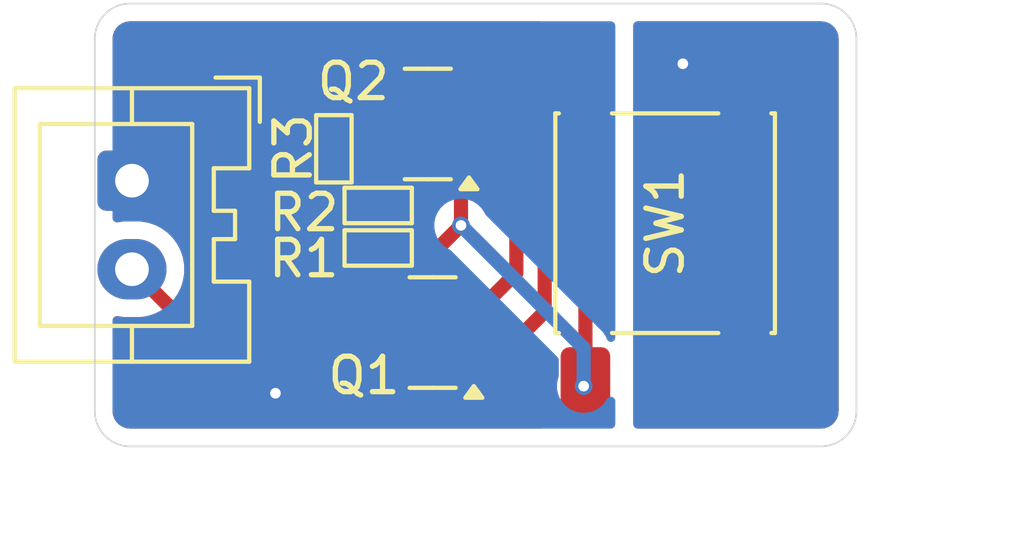
<source format=kicad_pcb>
(kicad_pcb (version 20241229) (generator "pcbnew") (generator_version "9.0")
  (title_block (title "Laser Diode Driver") (date "2025-08-27") (rev "v1.0") (company "AIO") (comment 1 "Designed by U3"))
  (layers (0 "F.Cu" signal) (2 "B.Cu" signal) (13 "F.Paste" user) (15 "B.Paste" user) (5 "F.SilkS" user "F.Silkscreen") (7 "B.SilkS" user "B.Silkscreen") (1 "F.Mask" user) (3 "B.Mask" user) (25 "Edge.Cuts" user))
  (net 0 "")
  (net 1 "VCC")
  (net 2 "Net-(J1-Pin_2)")
  (net 3 "Net-(Q1-E)")
  (net 4 "Net-(Q1-B)")
  (net 5 "Net-(Q2-E)")
  (net 6 "GND")
  (footprint "Package_TO_SOT_SMD:SOT-23" (layer "F.Cu") (at 122 75.4 180)
    (property "Reference" "Q2" (at 2.1 1.2 0) (layer "F.SilkS"))
    (property "Value" "S8050" (hide yes))
    (fp_line (start 0 1.56) (end 0.65 1.56) (stroke (width 0.12)) (layer "F.SilkS"))
    (fp_line (start 0 1.56) (end -0.65 1.56) (stroke (width 0.12)) (layer "F.SilkS"))
    (fp_line (start 0 -1.56) (end 0.65 -1.56) (stroke (width 0.12)) (layer "F.SilkS"))
    (fp_line (start 0 -1.56) (end -0.65 -1.56) (stroke (width 0.12)) (layer "F.SilkS"))
    (fp_poly (pts (xy -1.1625 -1.51) (xy -1.4025 -1.84) (xy -0.9225 -1.84)) (stroke (width 0.12)) (fill yes) (layer "F.SilkS"))
    (pad "1" smd roundrect (at -0.9375 -0.95 180) (size 1.475 0.6) (layers "F.Cu" "F.Mask" "F.Paste") (net 5 "Net-(Q2-E)"))
    (pad "2" smd roundrect (at -0.9375 0.95 180) (size 1.475 0.6) (layers "F.Cu" "F.Mask" "F.Paste") (net 3 "Net-(Q1-E)"))
    (pad "3" smd roundrect (at 0.9375 0 180) (size 1.475 0.6) (layers "F.Cu" "F.Mask" "F.Paste") (net 4 "Net-(Q1-B)"))
  )
  (footprint "Button_Switch_SMD:SW_Push_1P1T_NO_E-Switch_TL3301NxxxxxG" (layer "F.Cu") (at 128.7 78.2 -90)
    (property "Reference" "SW1" (at 0 0 90) (layer "F.SilkS"))
    (property "Value" "SW_Push" (hide yes))
    (fp_line (start -3.1 3.1) (end 3.1 3.1) (stroke (width 0.12)) (layer "F.SilkS"))
    (fp_line (start -3.1 3.1) (end -3.1 3) (stroke (width 0.12)) (layer "F.SilkS"))
    (fp_line (start 3.1 3.1) (end 3.1 3) (stroke (width 0.12)) (layer "F.SilkS"))
    (fp_line (start -3.1 -1.5) (end -3.1 1.5) (stroke (width 0.12)) (layer "F.SilkS"))
    (fp_line (start 3.1 -1.5) (end 3.1 1.5) (stroke (width 0.12)) (layer "F.SilkS"))
    (fp_line (start 3.1 -3) (end 3.1 -3.1) (stroke (width 0.12)) (layer "F.SilkS"))
    (fp_line (start -3.1 -3.1) (end -3.1 -3) (stroke (width 0.12)) (layer "F.SilkS"))
    (fp_line (start -3.1 -3.1) (end 3.1 -3.1) (stroke (width 0.12)) (layer "F.SilkS"))
    (pad "1" smd roundrect (at -4.55 -2.25 270) (size 2.1 1.4) (layers "F.Cu" "F.Mask" "F.Paste") (roundrect_rratio 0.1785714286) (net 6 "GND"))
    (pad "1" smd roundrect (at 4.55 -2.25 270) (size 2.1 1.4) (layers "F.Cu" "F.Mask" "F.Paste") (roundrect_rratio 0.1785714286) (net 6 "GND"))
    (pad "2" smd roundrect (at -4.55 2.25 270) (size 2.1 1.4) (layers "F.Cu" "F.Mask" "F.Paste") (roundrect_rratio 0.1785714286) (net 5 "Net-(Q2-E)"))
    (pad "2" smd roundrect (at 4.55 2.25 270) (size 2.1 1.4) (layers "F.Cu" "F.Mask" "F.Paste") (roundrect_rratio 0.1785714286) (net 5 "Net-(Q2-E)"))
  )
  (footprint "Package_TO_SOT_SMD:SOT-23" (layer "F.Cu") (at 122.1375 81.2875 180)
    (property "Reference" "Q1" (at 1.9375 -1.2125 0) (layer "F.SilkS"))
    (property "Value" "SS8050" (hide yes))
    (fp_line (start 0 1.56) (end 0.65 1.56) (stroke (width 0.12)) (layer "F.SilkS"))
    (fp_line (start 0 1.56) (end -0.65 1.56) (stroke (width 0.12)) (layer "F.SilkS"))
    (fp_line (start 0 -1.56) (end 0.65 -1.56) (stroke (width 0.12)) (layer "F.SilkS"))
    (fp_line (start 0 -1.56) (end -0.65 -1.56) (stroke (width 0.12)) (layer "F.SilkS"))
    (fp_poly (pts (xy -1.1625 -1.51) (xy -1.4025 -1.84) (xy -0.9225 -1.84)) (stroke (width 0.12)) (fill yes) (layer "F.SilkS"))
    (pad "1" smd roundrect (at -0.9375 -0.95 180) (size 1.475 0.6) (layers "F.Cu" "F.Mask" "F.Paste") (net 4 "Net-(Q1-B)"))
    (pad "2" smd roundrect (at -0.9375 0.95 180) (size 1.475 0.6) (layers "F.Cu" "F.Mask" "F.Paste") (net 3 "Net-(Q1-E)"))
    (pad "3" smd roundrect (at 0.9375 0 180) (size 1.475 0.6) (layers "F.Cu" "F.Mask" "F.Paste") (net 2 "Net-(J1-Pin_2)"))
  )
  (footprint "PCM_Resistor_SMD_AKL:R_0402_1005Metric" (layer "F.Cu") (at 120.6 77.7)
    (property "Reference" "R2" (at -2.1 0.2 0) (layer "F.SilkS"))
    (property "Value" "3" (hide yes))
    (fp_line (start -0.95 -0.5) (end -0.95 0.5) (stroke (width 0.12)) (layer "F.SilkS"))
    (fp_line (start -0.95 0.5) (end 0.95 0.5) (stroke (width 0.12)) (layer "F.SilkS"))
    (fp_line (start 0.95 -0.5) (end -0.95 -0.5) (stroke (width 0.12)) (layer "F.SilkS"))
    (fp_line (start 0.95 0.5) (end 0.95 -0.5) (stroke (width 0.12)) (layer "F.SilkS"))
    (pad "1" smd roundrect (at -0.51 0) (size 0.54 0.64) (layers "F.Cu" "F.Mask" "F.Paste") (net 3 "Net-(Q1-E)"))
    (pad "2" smd roundrect (at 0.51 0) (size 0.54 0.64) (layers "F.Cu" "F.Mask" "F.Paste") (net 5 "Net-(Q2-E)"))
  )
  (footprint "PCM_Resistor_SMD_AKL:R_0402_1005Metric" (layer "F.Cu") (at 119.35 76.1 90)
    (property "Reference" "R3" (at 0 -1.15 90) (layer "F.SilkS"))
    (property "Value" "815" (hide yes))
    (fp_line (start 0.95 -0.5) (end -0.95 -0.5) (stroke (width 0.12)) (layer "F.SilkS"))
    (fp_line (start -0.95 -0.5) (end -0.95 0.5) (stroke (width 0.12)) (layer "F.SilkS"))
    (fp_line (start 0.95 0.5) (end 0.95 -0.5) (stroke (width 0.12)) (layer "F.SilkS"))
    (fp_line (start -0.95 0.5) (end 0.95 0.5) (stroke (width 0.12)) (layer "F.SilkS"))
    (pad "1" smd roundrect (at -0.51 0 90) (size 0.54 0.64) (layers "F.Cu" "F.Mask" "F.Paste") (net 4 "Net-(Q1-B)"))
    (pad "2" smd roundrect (at 0.51 0 90) (size 0.54 0.64) (layers "F.Cu" "F.Mask" "F.Paste") (net 1 "VCC"))
  )
  (footprint "Connector_JST:JST_XA_B02B-XASK-1_1x02_P2.50mm_Vertical" (layer "F.Cu") (at 113.65 77 -90)
    (property "Reference" "J1" (hide yes))
    (property "Value" "Conn_01x02" (hide yes))
    (fp_line (start -2.61 3.31) (end 5.11 3.31) (stroke (width 0.12)) (layer "F.SilkS"))
    (fp_line (start 5.11 3.31) (end 5.11 -3.31) (stroke (width 0.12)) (layer "F.SilkS"))
    (fp_line (start -1.6 2.6) (end 4.1 2.6) (stroke (width 0.12)) (layer "F.SilkS"))
    (fp_line (start 4.1 2.6) (end 4.1 -1.7) (stroke (width 0.12)) (layer "F.SilkS"))
    (fp_line (start -2.61 0) (end -1.6 0) (stroke (width 0.12)) (layer "F.SilkS"))
    (fp_line (start 5.11 0) (end 4.1 0) (stroke (width 0.12)) (layer "F.SilkS"))
    (fp_line (start -1.6 -1.7) (end -1.6 2.6) (stroke (width 0.12)) (layer "F.SilkS"))
    (fp_line (start 4.1 -1.7) (end -1.6 -1.7) (stroke (width 0.12)) (layer "F.SilkS"))
    (fp_line (start -0.35 -2.31) (end -0.35 -3.31) (stroke (width 0.12)) (layer "F.SilkS"))
    (fp_line (start 0.85 -2.31) (end -0.35 -2.31) (stroke (width 0.12)) (layer "F.SilkS"))
    (fp_line (start 1.65 -2.31) (end 1.65 -2.91) (stroke (width 0.12)) (layer "F.SilkS"))
    (fp_line (start 2.85 -2.31) (end 1.65 -2.31) (stroke (width 0.12)) (layer "F.SilkS"))
    (fp_line (start 0.85 -2.91) (end 0.85 -2.31) (stroke (width 0.12)) (layer "F.SilkS"))
    (fp_line (start 1.65 -2.91) (end 0.85 -2.91) (stroke (width 0.12)) (layer "F.SilkS"))
    (fp_line (start -2.61 -3.31) (end -2.61 3.31) (stroke (width 0.12)) (layer "F.SilkS"))
    (fp_line (start -0.35 -3.31) (end -2.61 -3.31) (stroke (width 0.12)) (layer "F.SilkS"))
    (fp_line (start 2.85 -3.31) (end 2.85 -2.31) (stroke (width 0.12)) (layer "F.SilkS"))
    (fp_line (start 5.11 -3.31) (end 2.85 -3.31) (stroke (width 0.12)) (layer "F.SilkS"))
    (fp_line (start -2.91 -3.61) (end -2.91 -2.36) (stroke (width 0.12)) (layer "F.SilkS"))
    (fp_line (start -1.66 -3.61) (end -2.91 -3.61) (stroke (width 0.12)) (layer "F.SilkS"))
    (pad "1" thru_hole roundrect (at 0 0 270) (size 1.7 1.95) (drill 0.95) (layers "*.Cu" "*.Mask") (roundrect_rratio 0.147059) (net 1 "VCC"))
    (pad "2" thru_hole oval (at 2.5 0 270) (size 1.7 1.95) (drill 0.95) (layers "*.Cu" "*.Mask") (net 2 "Net-(J1-Pin_2)"))
  )
  (footprint "PCM_Resistor_SMD_AKL:R_0402_1005Metric" (layer "F.Cu") (at 120.6 78.9)
    (property "Reference" "R1" (at -2.1 0.3 0) (layer "F.SilkS"))
    (property "Value" "3" (hide yes))
    (fp_line (start -0.95 -0.5) (end -0.95 0.5) (stroke (width 0.12)) (layer "F.SilkS"))
    (fp_line (start -0.95 0.5) (end 0.95 0.5) (stroke (width 0.12)) (layer "F.SilkS"))
    (fp_line (start 0.95 -0.5) (end -0.95 -0.5) (stroke (width 0.12)) (layer "F.SilkS"))
    (fp_line (start 0.95 0.5) (end 0.95 -0.5) (stroke (width 0.12)) (layer "F.SilkS"))
    (pad "1" smd roundrect (at -0.51 0) (size 0.54 0.64) (layers "F.Cu" "F.Mask" "F.Paste") (net 3 "Net-(Q1-E)"))
    (pad "2" smd roundrect (at 0.51 0) (size 0.54 0.64) (layers "F.Cu" "F.Mask" "F.Paste") (net 5 "Net-(Q2-E)"))
  )
  (gr_line (start 133.1 84.5) (end 113.6 84.5) (stroke (width 0.05)) (layer "Edge.Cuts"))
  (gr_arc (start 133.1 72) (mid 133.807107 72.292893) (end 134.1 73) (stroke (width 0.05)) (layer "Edge.Cuts"))
  (gr_line (start 113.6 72) (end 133.1 72) (stroke (width 0.05)) (layer "Edge.Cuts"))
  (gr_arc (start 113.6 84.5) (mid 112.892893 84.207107) (end 112.6 83.5) (stroke (width 0.05)) (layer "Edge.Cuts"))
  (gr_line (start 134.1 73) (end 134.1 83.5) (stroke (width 0.05)) (layer "Edge.Cuts"))
  (gr_line (start 112.6 83.5) (end 112.6 73) (stroke (width 0.05)) (layer "Edge.Cuts"))
  (gr_arc (start 134.1 83.5) (mid 133.807107 84.207107) (end 133.1 84.5) (stroke (width 0.05)) (layer "Edge.Cuts"))
  (gr_arc (start 112.6 73) (mid 112.892893 72.292893) (end 113.6 72) (stroke (width 0.05)) (layer "Edge.Cuts"))
  (segment (start 115.06 75.59) (end 113.65 77) (width 0.4) (layer "F.Cu") (net 1))
  (segment (start 119.35 75.59) (end 115.06 75.59) (width 0.4) (layer "F.Cu") (net 1))
  (via (at 117.7 83) (size 0.5) (drill 0.3) (layers "F.Cu" "B.Cu") (net 1))
  (segment (start 115.4375 81.2875) (end 113.65 79.5) (width 0.4) (layer "F.Cu") (net 2))
  (segment (start 121.2 81.2875) (end 115.4375 81.2875) (width 0.4) (layer "F.Cu") (net 2))
  (segment (start 120.09 79.79) (end 120.6375 80.3375) (width 0.4) (layer "F.Cu") (net 3))
  (segment (start 123.7625 80.3375) (end 123.075 80.3375) (width 0.4) (layer "F.Cu") (net 3))
  (segment (start 120.09 77.7) (end 120.09 78.9) (width 0.4) (layer "F.Cu") (net 3))
  (segment (start 120.6375 80.3375) (end 123.075 80.3375) (width 0.4) (layer "F.Cu") (net 3))
  (segment (start 120.09 78.9) (end 120.09 79.79) (width 0.4) (layer "F.Cu") (net 3))
  (segment (start 122.9375 74.45) (end 123.85 74.45) (width 0.4) (layer "F.Cu") (net 3))
  (segment (start 124.5 79.6) (end 123.7625 80.3375) (width 0.4) (layer "F.Cu") (net 3))
  (segment (start 124.5 75.1) (end 124.5 79.6) (width 0.4) (layer "F.Cu") (net 3))
  (segment (start 123.85 74.45) (end 124.5 75.1) (width 0.4) (layer "F.Cu") (net 3))
  (segment (start 123.7625 82.2375) (end 125.3 80.7) (width 0.4) (layer "F.Cu") (net 4))
  (segment (start 119.8525 76.61) (end 121.0625 75.4) (width 0.4) (layer "F.Cu") (net 4))
  (segment (start 125.3 75.050058) (end 123.849942 73.6) (width 0.4) (layer "F.Cu") (net 4))
  (segment (start 119.35 76.61) (end 119.8525 76.61) (width 0.4) (layer "F.Cu") (net 4))
  (segment (start 121.9 73.6) (end 121.0625 74.4375) (width 0.4) (layer "F.Cu") (net 4))
  (segment (start 121.0625 74.4375) (end 121.0625 75.4) (width 0.4) (layer "F.Cu") (net 4))
  (segment (start 123.075 82.2375) (end 123.7625 82.2375) (width 0.4) (layer "F.Cu") (net 4))
  (segment (start 123.849942 73.6) (end 121.9 73.6) (width 0.4) (layer "F.Cu") (net 4))
  (segment (start 125.3 80.7) (end 125.3 75.050058) (width 0.4) (layer "F.Cu") (net 4))
  (segment (start 121.11 78.9) (end 122.3 78.9) (width 0.4) (layer "F.Cu") (net 5))
  (segment (start 126.45 82.75) (end 126.45 73.65) (width 0.4) (layer "F.Cu") (net 5))
  (segment (start 122.3 78.9) (end 122.9375 78.2625) (width 0.4) (layer "F.Cu") (net 5))
  (segment (start 122.9375 76.35) (end 122.9375 78.2625) (width 0.4) (layer "F.Cu") (net 5))
  (segment (start 121.11 78.9) (end 121.11 77.7) (width 0.4) (layer "F.Cu") (net 5))
  (via (at 126.4 82.8) (size 0.5) (drill 0.3) (layers "F.Cu" "B.Cu") (net 5))
  (via (at 122.9375 78.2625) (size 0.5) (drill 0.3) (layers "F.Cu" "B.Cu") (net 5))
  (segment (start 126.4 81.725) (end 126.4 82.8) (width 0.4) (layer "B.Cu") (net 5))
  (segment (start 122.9375 78.2625) (end 126.4 81.725) (width 0.4) (layer "B.Cu") (net 5))
  (segment (start 130.95 82.75) (end 130.95 73.65) (width 1) (layer "F.Cu") (net 6))
  (via (at 129.2 73.7) (size 0.5) (drill 0.3) (layers "F.Cu" "B.Cu") (net 6))
  (zone (net 1) (net_name "VCC") (layers "F.Cu" "B.Cu") (connect_pads yes (clearance 0.5)) (min_thickness 0.25) (fill yes (thermal_gap 0.5) (thermal_bridge_width 0.5))
    (polygon (pts (xy 112.6 71.9) (xy 127.6 71.9) (xy 127.6 84.8) (xy 112.6 84.8)))
  )
  (zone (net 6) (net_name "GND") (layers "F.Cu" "B.Cu") (connect_pads yes (clearance 0.5)) (min_thickness 0.25) (fill yes (thermal_gap 0.5) (thermal_bridge_width 0.5))
    (polygon (pts (xy 127.8 71.9) (xy 134.3 71.9) (xy 134.3 84.8) (xy 127.8 84.8)))
  )
)
</source>
